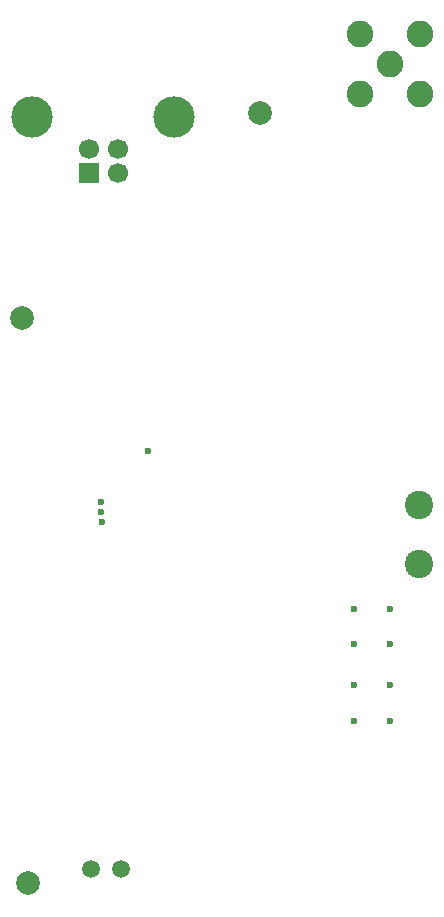
<source format=gbr>
%TF.GenerationSoftware,KiCad,Pcbnew,6.0.8-f2edbf62ab~116~ubuntu20.04.1*%
%TF.CreationDate,2022-11-09T00:06:36-08:00*%
%TF.ProjectId,packaged-amp,7061636b-6167-4656-942d-616d702e6b69,rev?*%
%TF.SameCoordinates,Original*%
%TF.FileFunction,Copper,L2,Inr*%
%TF.FilePolarity,Positive*%
%FSLAX46Y46*%
G04 Gerber Fmt 4.6, Leading zero omitted, Abs format (unit mm)*
G04 Created by KiCad (PCBNEW 6.0.8-f2edbf62ab~116~ubuntu20.04.1) date 2022-11-09 00:06:36*
%MOMM*%
%LPD*%
G01*
G04 APERTURE LIST*
%TA.AperFunction,ComponentPad*%
%ADD10C,1.500000*%
%TD*%
%TA.AperFunction,ComponentPad*%
%ADD11C,2.400000*%
%TD*%
%TA.AperFunction,ComponentPad*%
%ADD12C,2.000000*%
%TD*%
%TA.AperFunction,ComponentPad*%
%ADD13R,1.700000X1.700000*%
%TD*%
%TA.AperFunction,ComponentPad*%
%ADD14C,1.700000*%
%TD*%
%TA.AperFunction,ComponentPad*%
%ADD15C,3.500000*%
%TD*%
%TA.AperFunction,ComponentPad*%
%ADD16C,2.250000*%
%TD*%
%TA.AperFunction,ViaPad*%
%ADD17C,0.600000*%
%TD*%
G04 APERTURE END LIST*
D10*
%TO.N,VSS*%
%TO.C,D6*%
X163770000Y-154500000D03*
%TO.N,Net-(D6-Pad2)*%
X161230000Y-154500000D03*
%TD*%
D11*
%TO.N,Net-(C1-Pad1)*%
%TO.C,C11*%
X189000000Y-128750000D03*
%TO.N,/return_kelvin*%
X189000000Y-123750000D03*
%TD*%
D12*
%TO.N,GND*%
%TO.C,TP4*%
X175500000Y-90500000D03*
%TD*%
D13*
%TO.N,Net-(J8-Pad1)*%
%TO.C,J8*%
X161000000Y-95577500D03*
D14*
%TO.N,unconnected-(J8-Pad2)*%
X163500000Y-95577500D03*
%TO.N,unconnected-(J8-Pad3)*%
X163500000Y-93577500D03*
%TO.N,Net-(J8-Pad4)*%
X161000000Y-93577500D03*
D15*
%TO.N,Net-(J8-Pad5)*%
X168270000Y-90867500D03*
X156230000Y-90867500D03*
%TD*%
D12*
%TO.N,GND*%
%TO.C,TP6*%
X155850000Y-155750000D03*
%TD*%
%TO.N,Net-(D11-Pad1)*%
%TO.C,TP14*%
X155400000Y-107900000D03*
%TD*%
D16*
%TO.N,Net-(J7-Pad1)*%
%TO.C,J7*%
X186500000Y-86420000D03*
%TO.N,GND*%
X189040000Y-88960000D03*
X183960000Y-83880000D03*
X189040000Y-83880000D03*
X183960000Y-88960000D03*
%TD*%
D17*
%TO.N,GND*%
X162050000Y-123500000D03*
X162050000Y-124350000D03*
X166000000Y-119150000D03*
X162100000Y-125150000D03*
%TO.N,Net-(E1-Pad2)*%
X186500000Y-135500000D03*
X186500000Y-132500000D03*
X183500000Y-135500000D03*
X183500000Y-132500000D03*
%TO.N,/return_kelvin*%
X186500000Y-142000000D03*
X183500000Y-142000000D03*
X183500000Y-139000000D03*
X186500000Y-139000000D03*
%TD*%
M02*

</source>
